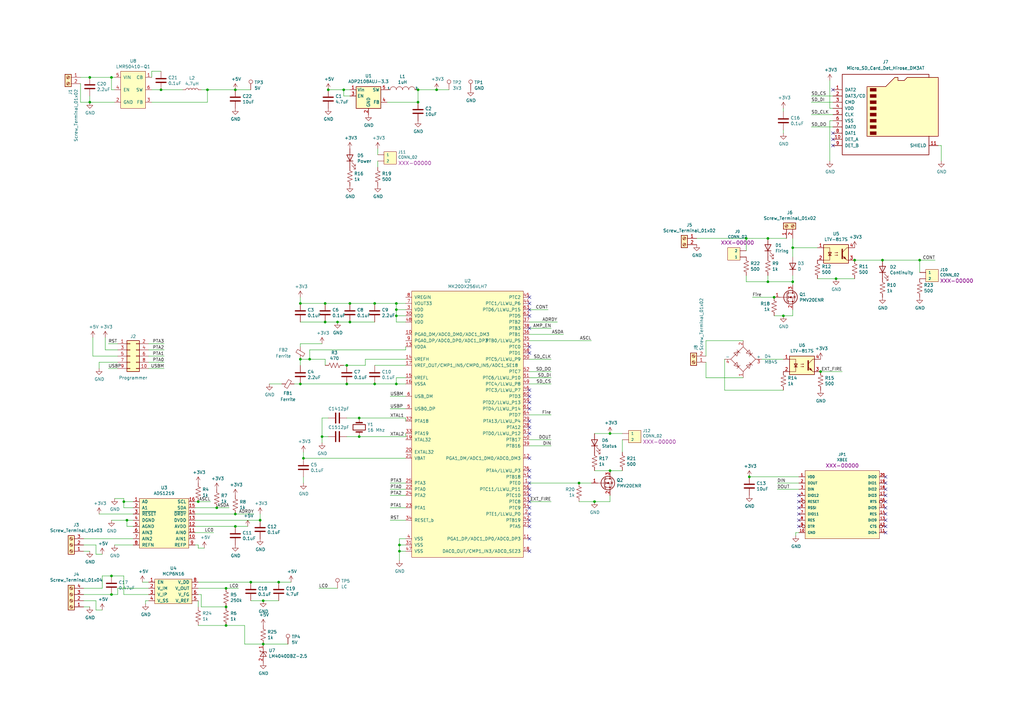
<source format=kicad_sch>
(kicad_sch (version 20231120) (generator "eeschema") (generator_version "8.0")
  (paper "A3")
  (junction (at 243.84 205.74))
  (junction (at 124.46 187.96))
  (junction (at 147.32 179.07))
  (junction (at 321.31 129.54))
  (junction (at 92.71 256.54))
  (junction (at 50.8 205.74))
  (junction (at 361.95 106.68))
  (junction (at 96.52 215.9))
  (junction (at 45.72 31.75))
  (junction (at 138.43 132.08))
  (junction (at 123.19 157.48))
  (junction (at 153.67 124.46))
  (junction (at 123.19 147.32))
  (junction (at 317.5 121.92))
  (junction (at 107.95 246.38))
  (junction (at 142.24 157.48))
  (junction (at 52.07 213.36))
  (junction (at 45.72 236.22))
  (junction (at 102.87 238.76))
  (junction (at 88.9 208.28))
  (junction (at 162.56 157.48))
  (junction (at 140.97 36.83))
  (junction (at 342.9 114.3))
  (junction (at 143.51 124.46))
  (junction (at 171.45 41.91))
  (junction (at 237.49 198.12))
  (junction (at 81.28 205.74))
  (junction (at 250.19 193.04))
  (junction (at 179.07 36.83))
  (junction (at 162.56 129.54))
  (junction (at 314.96 97.79))
  (junction (at 66.04 36.83))
  (junction (at 325.12 101.6))
  (junction (at 127 147.32))
  (junction (at 96.52 36.83))
  (junction (at 36.83 31.75))
  (junction (at 143.51 132.08))
  (junction (at 163.83 223.52))
  (junction (at 250.19 177.8))
  (junction (at 325.12 115.57))
  (junction (at 306.07 97.79))
  (junction (at 162.56 124.46))
  (junction (at 314.96 115.57))
  (junction (at 336.55 152.4))
  (junction (at 132.08 179.07))
  (junction (at 134.62 36.83))
  (junction (at 142.24 149.86))
  (junction (at 162.56 127))
  (junction (at 133.35 132.08))
  (junction (at 163.83 226.06))
  (junction (at 36.83 41.91))
  (junction (at 350.52 106.68))
  (junction (at 45.72 243.84))
  (junction (at 85.09 36.83))
  (junction (at 106.68 213.36))
  (junction (at 171.45 36.83))
  (junction (at 377.19 106.68))
  (junction (at 147.32 171.45))
  (junction (at 123.19 124.46))
  (junction (at 153.67 157.48))
  (junction (at 92.71 241.3))
  (junction (at 133.35 124.46))
  (junction (at 96.52 210.82))
  (junction (at 114.3 238.76))
  (junction (at 107.95 264.16))
  (junction (at 307.34 195.58))
  (junction (at 92.71 248.92))
  (no_connect (at 217.17 203.2))
  (no_connect (at 217.17 142.24))
  (no_connect (at 217.17 167.64))
  (no_connect (at 327.66 213.36))
  (no_connect (at 217.17 134.62))
  (no_connect (at 341.63 57.15))
  (no_connect (at 217.17 129.54))
  (no_connect (at 341.63 36.83))
  (no_connect (at 363.22 200.66))
  (no_connect (at 363.22 210.82))
  (no_connect (at 363.22 218.44))
  (no_connect (at 217.17 195.58))
  (no_connect (at 217.17 160.02))
  (no_connect (at 363.22 208.28))
  (no_connect (at 217.17 175.26))
  (no_connect (at 217.17 213.36))
  (no_connect (at 217.17 215.9))
  (no_connect (at 327.66 205.74))
  (no_connect (at 217.17 172.72))
  (no_connect (at 217.17 220.98))
  (no_connect (at 341.63 54.61))
  (no_connect (at 363.22 203.2))
  (no_connect (at 217.17 205.74))
  (no_connect (at 217.17 144.78))
  (no_connect (at 217.17 193.04))
  (no_connect (at 327.66 210.82))
  (no_connect (at 327.66 215.9))
  (no_connect (at 217.17 124.46))
  (no_connect (at 217.17 187.96))
  (no_connect (at 217.17 165.1))
  (no_connect (at 363.22 205.74))
  (no_connect (at 217.17 208.28))
  (no_connect (at 327.66 208.28))
  (no_connect (at 217.17 127))
  (no_connect (at 217.17 200.66))
  (no_connect (at 217.17 226.06))
  (no_connect (at 217.17 210.82))
  (no_connect (at 217.17 177.8))
  (no_connect (at 363.22 215.9))
  (no_connect (at 217.17 121.92))
  (no_connect (at 363.22 195.58))
  (no_connect (at 341.63 59.69))
  (no_connect (at 217.17 198.12))
  (no_connect (at 217.17 162.56))
  (no_connect (at 363.22 198.12))
  (no_connect (at 327.66 203.2))
  (no_connect (at 363.22 213.36))
  (wire (pts (xy 166.37 179.07) (xy 147.32 179.07)))
  (wire (pts (xy 255.27 180.34) (xy 255.27 185.42)))
  (wire (pts (xy 39.37 250.19) (xy 41.91 250.19)))
  (wire (pts (xy 166.37 177.8) (xy 166.37 179.07)))
  (wire (pts (xy 124.46 195.58) (xy 124.46 198.12)))
  (wire (pts (xy 50.8 205.74) (xy 54.61 205.74)))
  (wire (pts (xy 40.64 148.59) (xy 40.64 151.13)))
  (wire (pts (xy 340.36 66.04) (xy 340.36 49.53)))
  (wire (pts (xy 289.56 154.94) (xy 304.8 154.94)))
  (wire (pts (xy 81.28 223.52) (xy 80.01 223.52)))
  (wire (pts (xy 217.17 198.12) (xy 237.49 198.12)))
  (wire (pts (xy 327.66 198.12) (xy 318.77 198.12)))
  (wire (pts (xy 326.39 218.44) (xy 326.39 219.71)))
  (wire (pts (xy 80.01 210.82) (xy 96.52 210.82)))
  (wire (pts (xy 217.17 132.08) (xy 228.6 132.08)))
  (wire (pts (xy 85.09 41.91) (xy 85.09 36.83)))
  (wire (pts (xy 162.56 127) (xy 162.56 129.54)))
  (wire (pts (xy 289.56 146.05) (xy 289.56 139.7)))
  (wire (pts (xy 107.95 264.16) (xy 118.11 264.16)))
  (wire (pts (xy 123.19 147.32) (xy 123.19 149.86)))
  (wire (pts (xy 297.18 147.32) (xy 297.18 160.02)))
  (wire (pts (xy 162.56 132.08) (xy 166.37 132.08)))
  (wire (pts (xy 123.19 121.92) (xy 123.19 124.46)))
  (wire (pts (xy 243.84 205.74) (xy 250.19 205.74)))
  (wire (pts (xy 327.66 200.66) (xy 318.77 200.66)))
  (wire (pts (xy 350.52 106.68) (xy 361.95 106.68)))
  (wire (pts (xy 153.67 149.86) (xy 166.37 149.86)))
  (wire (pts (xy 314.96 115.57) (xy 325.12 115.57)))
  (wire (pts (xy 143.51 39.37) (xy 140.97 39.37)))
  (wire (pts (xy 132.08 171.45) (xy 134.62 171.45)))
  (wire (pts (xy 96.52 215.9) (xy 101.6 215.9)))
  (wire (pts (xy 250.19 193.04) (xy 255.27 193.04)))
  (wire (pts (xy 332.74 52.07) (xy 341.63 52.07)))
  (wire (pts (xy 96.52 36.83) (xy 102.87 36.83)))
  (wire (pts (xy 50.8 243.84) (xy 60.96 243.84)))
  (wire (pts (xy 242.57 198.12) (xy 237.49 198.12)))
  (wire (pts (xy 250.19 177.8) (xy 255.27 177.8)))
  (wire (pts (xy 166.37 226.06) (xy 163.83 226.06)))
  (wire (pts (xy 171.45 41.91) (xy 171.45 36.83)))
  (wire (pts (xy 33.02 31.75) (xy 36.83 31.75)))
  (wire (pts (xy 44.45 151.13) (xy 48.26 151.13)))
  (wire (pts (xy 102.87 246.38) (xy 107.95 246.38)))
  (wire (pts (xy 342.9 114.3) (xy 350.52 114.3)))
  (wire (pts (xy 34.29 220.98) (xy 54.61 220.98)))
  (wire (pts (xy 163.83 226.06) (xy 163.83 229.87)))
  (wire (pts (xy 127 143.51) (xy 166.37 143.51)))
  (wire (pts (xy 120.65 157.48) (xy 123.19 157.48)))
  (wire (pts (xy 147.32 171.45) (xy 166.37 171.45)))
  (wire (pts (xy 154.94 66.04) (xy 154.94 68.58)))
  (wire (pts (xy 39.37 250.19) (xy 39.37 246.38)))
  (wire (pts (xy 140.97 36.83) (xy 143.51 36.83)))
  (wire (pts (xy 123.19 132.08) (xy 133.35 132.08)))
  (wire (pts (xy 54.61 208.28) (xy 50.8 208.28)))
  (wire (pts (xy 217.17 180.34) (xy 226.06 180.34)))
  (wire (pts (xy 166.37 171.45) (xy 166.37 172.72)))
  (wire (pts (xy 92.71 256.54) (xy 100.33 256.54)))
  (wire (pts (xy 134.62 36.83) (xy 140.97 36.83)))
  (wire (pts (xy 162.56 129.54) (xy 166.37 129.54)))
  (wire (pts (xy 217.17 170.18) (xy 226.06 170.18)))
  (wire (pts (xy 45.72 243.84) (xy 48.26 243.84)))
  (wire (pts (xy 307.34 195.58) (xy 327.66 195.58)))
  (wire (pts (xy 340.36 33.02) (xy 340.36 44.45)))
  (wire (pts (xy 85.09 36.83) (xy 96.52 36.83)))
  (wire (pts (xy 123.19 147.32) (xy 127 147.32)))
  (wire (pts (xy 41.91 236.22) (xy 45.72 236.22)))
  (wire (pts (xy 34.29 241.3) (xy 41.91 241.3)))
  (wire (pts (xy 54.61 223.52) (xy 46.99 223.52)))
  (wire (pts (xy 166.37 208.28) (xy 160.02 208.28)))
  (wire (pts (xy 361.95 106.68) (xy 377.19 106.68)))
  (wire (pts (xy 43.18 143.51) (xy 48.26 143.51)))
  (wire (pts (xy 60.96 146.05) (xy 67.31 146.05)))
  (wire (pts (xy 217.17 137.16) (xy 231.14 137.16)))
  (wire (pts (xy 81.28 224.79) (xy 81.28 223.52)))
  (wire (pts (xy 332.74 46.99) (xy 341.63 46.99)))
  (wire (pts (xy 80.01 208.28) (xy 88.9 208.28)))
  (wire (pts (xy 50.8 236.22) (xy 50.8 243.84)))
  (wire (pts (xy 162.56 124.46) (xy 162.56 127)))
  (wire (pts (xy 158.75 41.91) (xy 171.45 41.91)))
  (wire (pts (xy 138.43 241.3) (xy 130.81 241.3)))
  (wire (pts (xy 66.04 36.83) (xy 74.93 36.83)))
  (wire (pts (xy 83.82 224.79) (xy 81.28 224.79)))
  (wire (pts (xy 133.35 132.08) (xy 138.43 132.08)))
  (wire (pts (xy 166.37 162.56) (xy 160.02 162.56)))
  (wire (pts (xy 162.56 129.54) (xy 162.56 132.08)))
  (wire (pts (xy 81.28 256.54) (xy 92.71 256.54)))
  (wire (pts (xy 217.17 127) (xy 224.79 127)))
  (wire (pts (xy 325.12 113.03) (xy 325.12 115.57)))
  (wire (pts (xy 322.58 97.79) (xy 314.96 97.79)))
  (wire (pts (xy 340.36 44.45) (xy 341.63 44.45)))
  (wire (pts (xy 166.37 223.52) (xy 163.83 223.52)))
  (wire (pts (xy 34.29 243.84) (xy 45.72 243.84)))
  (wire (pts (xy 34.29 248.92) (xy 36.83 248.92)))
  (wire (pts (xy 179.07 36.83) (xy 184.15 36.83)))
  (wire (pts (xy 124.46 185.42) (xy 124.46 187.96)))
  (wire (pts (xy 332.74 41.91) (xy 341.63 41.91)))
  (wire (pts (xy 321.31 53.34) (xy 321.31 54.61)))
  (wire (pts (xy 163.83 223.52) (xy 163.83 226.06)))
  (wire (pts (xy 384.81 59.69) (xy 386.08 59.69)))
  (wire (pts (xy 217.17 154.94) (xy 226.06 154.94)))
  (wire (pts (xy 45.72 31.75) (xy 46.99 31.75)))
  (wire (pts (xy 106.68 210.82) (xy 106.68 213.36)))
  (wire (pts (xy 143.51 124.46) (xy 153.67 124.46)))
  (wire (pts (xy 332.74 39.37) (xy 341.63 39.37)))
  (wire (pts (xy 377.19 106.68) (xy 383.54 106.68)))
  (wire (pts (xy 114.3 238.76) (xy 119.38 238.76)))
  (wire (pts (xy 44.45 140.97) (xy 48.26 140.97)))
  (wire (pts (xy 41.91 241.3) (xy 41.91 236.22)))
  (wire (pts (xy 39.37 227.33) (xy 39.37 223.52)))
  (wire (pts (xy 38.1 138.43) (xy 38.1 146.05)))
  (wire (pts (xy 149.86 149.86) (xy 149.86 147.32)))
  (wire (pts (xy 142.24 171.45) (xy 147.32 171.45)))
  (wire (pts (xy 317.5 129.54) (xy 321.31 129.54)))
  (wire (pts (xy 123.19 124.46) (xy 133.35 124.46)))
  (wire (pts (xy 162.56 157.48) (xy 166.37 157.48)))
  (wire (pts (xy 166.37 143.51) (xy 166.37 142.24)))
  (wire (pts (xy 82.55 36.83) (xy 85.09 36.83)))
  (wire (pts (xy 306.07 113.03) (xy 306.07 115.57)))
  (wire (pts (xy 34.29 223.52) (xy 39.37 223.52)))
  (wire (pts (xy 166.37 203.2) (xy 160.02 203.2)))
  (wire (pts (xy 88.9 208.28) (xy 93.98 208.28)))
  (wire (pts (xy 237.49 205.74) (xy 243.84 205.74)))
  (wire (pts (xy 140.97 39.37) (xy 140.97 36.83)))
  (wire (pts (xy 154.94 60.96) (xy 154.94 63.5)))
  (wire (pts (xy 114.3 246.38) (xy 107.95 246.38)))
  (wire (pts (xy 80.01 218.44) (xy 87.63 218.44)))
  (wire (pts (xy 162.56 127) (xy 166.37 127)))
  (wire (pts (xy 54.61 215.9) (xy 52.07 215.9)))
  (wire (pts (xy 166.37 198.12) (xy 160.02 198.12)))
  (wire (pts (xy 377.19 106.68) (xy 377.19 111.76)))
  (wire (pts (xy 52.07 215.9) (xy 52.07 213.36)))
  (wire (pts (xy 60.96 140.97) (xy 67.31 140.97)))
  (wire (pts (xy 325.12 129.54) (xy 321.31 129.54)))
  (wire (pts (xy 39.37 246.38) (xy 34.29 246.38)))
  (wire (pts (xy 336.55 152.4) (xy 345.44 152.4)))
  (wire (pts (xy 62.23 29.21) (xy 66.04 29.21)))
  (wire (pts (xy 325.12 97.79) (xy 325.12 101.6)))
  (wire (pts (xy 138.43 132.08) (xy 143.51 132.08)))
  (wire (pts (xy 340.36 49.53) (xy 341.63 49.53)))
  (wire (pts (xy 386.08 59.69) (xy 386.08 66.04)))
  (wire (pts (xy 58.42 238.76) (xy 60.96 238.76)))
  (wire (pts (xy 41.91 227.33) (xy 39.37 227.33)))
  (wire (pts (xy 36.83 31.75) (xy 45.72 31.75)))
  (wire (pts (xy 81.28 241.3) (xy 92.71 241.3)))
  (wire (pts (xy 40.64 210.82) (xy 54.61 210.82)))
  (wire (pts (xy 162.56 154.94) (xy 162.56 157.48)))
  (wire (pts (xy 217.17 134.62) (xy 226.06 134.62)))
  (wire (pts (xy 127 147.32) (xy 133.35 147.32)))
  (wire (pts (xy 102.87 238.76) (xy 114.3 238.76)))
  (wire (pts (xy 133.35 147.32) (xy 133.35 149.86)))
  (wire (pts (xy 166.37 220.98) (xy 163.83 220.98)))
  (wire (pts (xy 314.96 113.03) (xy 314.96 115.57)))
  (wire (pts (xy 166.37 124.46) (xy 162.56 124.46)))
  (wire (pts (xy 50.8 204.47) (xy 46.99 204.47)))
  (wire (pts (xy 133.35 124.46) (xy 143.51 124.46)))
  (wire (pts (xy 96.52 210.82) (xy 104.14 210.82)))
  (wire (pts (xy 166.37 167.64) (xy 160.02 167.64)))
  (wire (pts (xy 306.07 97.79) (xy 314.96 97.79)))
  (wire (pts (xy 325.12 101.6) (xy 325.12 105.41)))
  (wire (pts (xy 166.37 213.36) (xy 160.02 213.36)))
  (wire (pts (xy 59.69 246.38) (xy 59.69 247.65)))
  (wire (pts (xy 123.19 140.97) (xy 123.19 142.24)))
  (wire (pts (xy 217.17 182.88) (xy 226.06 182.88)))
  (wire (pts (xy 297.18 160.02) (xy 321.31 160.02)))
  (wire (pts (xy 124.46 187.96) (xy 166.37 187.96)))
  (wire (pts (xy 110.49 157.48) (xy 115.57 157.48)))
  (wire (pts (xy 317.5 121.92) (xy 308.61 121.92)))
  (wire (pts (xy 285.75 97.79) (xy 306.07 97.79)))
  (wire (pts (xy 142.24 157.48) (xy 153.67 157.48)))
  (wire (pts (xy 153.67 157.48) (xy 162.56 157.48)))
  (wire (pts (xy 60.96 246.38) (xy 59.69 246.38)))
  (wire (pts (xy 289.56 148.59) (xy 289.56 154.94)))
  (wire (pts (xy 306.07 115.57) (xy 314.96 115.57)))
  (wire (pts (xy 45.72 213.36) (xy 52.07 213.36)))
  (wire (pts (xy 171.45 36.83) (xy 179.07 36.83)))
  (wire (pts (xy 217.17 139.7) (xy 242.57 139.7)))
  (wire (pts (xy 48.26 241.3) (xy 60.96 241.3)))
  (wire (pts (xy 325.12 127) (xy 325.12 129.54)))
  (wire (pts (xy 140.97 149.86) (xy 142.24 149.86)))
  (wire (pts (xy 81.28 238.76) (xy 102.87 238.76)))
  (wire (pts (xy 142.24 149.86) (xy 149.86 149.86)))
  (wire (pts (xy 289.56 139.7) (xy 304.8 139.7)))
  (wire (pts (xy 143.51 132.08) (xy 153.67 132.08)))
  (wire (pts (xy 250.19 205.74) (xy 250.19 203.2)))
  (wire (pts (xy 335.28 101.6) (xy 325.12 101.6)))
  (wire (pts (xy 45.72 31.75) (xy 45.72 36.83)))
  (wire (pts (xy 34.29 226.06) (xy 36.83 226.06)))
  (wire (pts (xy 33.02 34.29) (xy 33.02 41.91)))
  (wire (pts (xy 81.28 246.38) (xy 81.28 248.92)))
  (wire (pts (xy 243.84 193.04) (xy 250.19 193.04)))
  (wire (pts (xy 92.71 241.3) (xy 97.79 241.3)))
  (wire (pts (xy 132.08 179.07) (xy 134.62 179.07)))
  (wire (pts (xy 100.33 264.16) (xy 107.95 264.16)))
  (wire (pts (xy 80.01 213.36) (xy 106.68 213.36)))
  (wire (pts (xy 217.17 152.4) (xy 226.06 152.4)))
  (wire (pts (xy 36.83 39.37) (xy 36.83 41.91)))
  (wire (pts (xy 80.01 205.74) (xy 81.28 205.74)))
  (wire (pts (xy 142.24 179.07) (xy 147.32 179.07)))
  (wire (pts (xy 62.23 41.91) (xy 85.09 41.91)))
  (wire (pts (xy 153.67 124.46) (xy 162.56 124.46)))
  (wire (pts (xy 40.64 148.59) (xy 48.26 148.59)))
  (wire (pts (xy 123.19 157.48) (xy 142.24 157.48)))
  (wire (pts (xy 217.17 147.32) (xy 226.06 147.32)))
  (wire (pts (xy 325.12 115.57) (xy 325.12 116.84)))
  (wire (pts (xy 132.08 181.61) (xy 132.08 179.07)))
  (wire (pts (xy 342.9 114.3) (xy 335.28 114.3)))
  (wire (pts (xy 243.84 177.8) (xy 250.19 177.8)))
  (wire (pts (xy 60.96 143.51) (xy 67.31 143.51)))
  (wire (pts (xy 163.83 220.98) (xy 163.83 223.52)))
  (wire (pts (xy 100.33 256.54) (xy 100.33 264.16)))
  (wire (pts (xy 321.31 45.72) (xy 321.31 44.45)))
  (wire (pts (xy 166.37 154.94) (xy 162.56 154.94)))
  (wire (pts (xy 82.55 248.92) (xy 82.55 243.84)))
  (wire (pts (xy 60.96 148.59) (xy 67.31 148.59)))
  (wire (pts (xy 45.72 236.22) (xy 50.8 236.22)))
  (wire (pts (xy 60.96 151.13) (xy 67.31 151.13)))
  (wire (pts (xy 62.23 36.83) (xy 66.04 36.83)))
  (wire (pts (xy 82.55 243.84) (xy 81.28 243.84)))
  (wire (pts (xy 33.02 41.91) (xy 36.83 41.91)))
  (wire (pts (xy 149.86 147.32) (xy 166.37 147.32)))
  (wire (pts (xy 62.23 31.75) (xy 62.23 29.21)))
  (wire (pts (xy 132.08 179.07) (xy 132.08 171.45)))
  (wire (pts (xy 217.17 157.48) (xy 226.06 157.48)))
  (wire (pts (xy 36.83 41.91) (xy 46.99 41.91)))
  (wire (pts (xy 312.42 147.32) (xy 321.31 147.32)))
  (wire (pts (xy 50.8 205.74) (xy 50.8 204.47)))
  (wire (pts (xy 43.18 143.51) (xy 43.18 138.43)))
  (wire (pts (xy 166.37 200.66) (xy 160.02 200.66)))
  (wire (pts (xy 327.66 218.44) (xy 326.39 218.44)))
  (wire (pts (xy 48.26 243.84) (xy 48.26 241.3)))
  (wire (pts (xy 80.01 215.9) (xy 96.52 215.9)))
  (wire (pts (xy 50.8 208.28) (xy 50.8 205.74)))
  (wire (pts (xy 38.1 146.05) (xy 48.26 146.05)))
  (wire (pts (xy 81.28 205.74) (xy 86.36 205.74)))
  (wire (pts (xy 306.07 97.79) (xy 306.07 102.87)))
  (wire (pts (xy 217.17 205.74) (xy 226.06 205.74)))
  (wire (pts (xy 45.72 36.83) (xy 46.99 36.83)))
  (wire (pts (xy 127 147.32) (xy 127 143.51)))
  (wire (pts (xy 132.08 140.97) (xy 123.19 140.97)))
  (wire (pts (xy 52.07 213.36) (xy 54.61 213.36)))
  (wire (pts (xy 82.55 248.92) (xy 92.71 248.92)))
  (label "XTAL2" (at 160.02 179.07 0))
  (label "USBP" (at 44.45 151.13 0))
  (label "Fire" (at 226.06 170.18 180))
  (label "PTA2" (at 67.31 143.51 180))
  (label "PTA0" (at 160.02 200.66 0))
  (label "CONT" (at 383.54 106.68 180))
  (label "SD_DO" (at 332.74 52.07 0))
  (label "SD_CLK" (at 226.06 147.32 180))
  (label "ASCL" (at 242.57 139.7 180))
  (label "EXT_FIRE" (at 345.44 152.4 180))
  (label "DIN" (at 318.77 198.12 0))
  (label "CONT" (at 224.79 127 180))
  (label "Fire" (at 308.61 121.92 0))
  (label "SD_CLK" (at 332.74 46.99 0))
  (label "LC0" (at 97.79 241.3 180))
  (label "PTA3" (at 160.02 198.12 0))
  (label "ASDA" (at 231.14 137.16 180))
  (label "DIN" (at 226.06 182.88 180))
  (label "DOUT" (at 226.06 180.34 180))
  (label "XTAL1" (at 160.02 171.45 0))
  (label "PTA0" (at 67.31 148.59 180))
  (label "SD_DO" (at 226.06 152.4 180))
  (label "SD_DI" (at 226.06 154.94 180))
  (label "PTA3" (at 67.31 140.97 180))
  (label "USBM" (at 67.31 151.13 180))
  (label "SD_DI" (at 332.74 41.91 0))
  (label "RST" (at 44.45 140.97 0))
  (label "SD_CS" (at 226.06 157.48 180))
  (label "ADRDY" (at 228.6 132.08 180))
  (label "PTA1" (at 160.02 208.28 0))
  (label "AMP_EN" (at 226.06 134.62 180))
  (label "RST" (at 160.02 213.36 0))
  (label "ADRDY" (at 104.14 210.82 180))
  (label "LC0" (at 130.81 241.3 0))
  (label "PTA2" (at 160.02 203.2 0))
  (label "LC0" (at 87.63 218.44 180))
  (label "USBM" (at 160.02 162.56 0))
  (label "ASDA" (at 93.98 208.28 180))
  (label "SD_CS" (at 332.74 39.37 0))
  (label "USBP" (at 160.02 167.64 0))
  (label "PTA1" (at 67.31 146.05 180))
  (label "DOUT" (at 318.77 200.66 0))
  (label "EXT_FIRE" (at 226.06 205.74 180))
  (label "ASCL" (at 86.36 205.74 180))
  (symbol (lib_id "RMTS-rescue:MK20DX256VLH7-Mine-RMTS-rescue-RMTS-rescue") (at 191.77 121.92 0) (unit 1)
    (property "Reference" "U2" (at 191.77 115.189 0))
    (property "Value" "MK20DX256VLH7" (at 191.77 117.5004 0))
    (property "Footprint" "Package_QFP:LQFP-64_10x10mm_P0.5mm" (effects (hide yes)))
    (property "LCSC" "C511780" (effects (hide yes)))
  )
  (symbol (lib_id "power:GND") (at 163.83 229.87 0) (unit 1)
    (property "Reference" "#PWR0101" (effects (hide yes)))
    (property "Value" "GND" (at 163.957 234.2642 0))
  )
  (symbol (lib_id "Connector_Generic:Conn_02x05_Odd_Even") (at 53.34 146.05 0) (unit 1) (in_bom no)
    (property "Reference" "J2" (at 54.61 137.9982 0))
    (property "Value" "Programmer" (at 54.61 154.94 0))
    (property "Footprint" "Connector_PinHeader_2.00mm:PinHeader_2x05_P2.00mm_Vertical" (effects (hide yes)))
  )
  (symbol (lib_id "power:GND") (at 40.64 151.13 0) (unit 1)
    (property "Reference" "#PWR0103" (effects (hide yes)))
    (property "Value" "GND" (at 40.767 155.5242 0))
  )
  (symbol (lib_id "RMTS-rescue:+3.3V-power") (at 43.18 138.43 0) (unit 1)
    (property "Reference" "#PWR0104" (effects (hide yes)))
    (property "Value" "+3V3" (at 43.561 134.0358 0))
  )
  (symbol (lib_id "Regulator_Switching:ADP2108AUJ-3.3") (at 151.13 39.37 0) (unit 1)
    (property "Reference" "U1" (at 151.13 31.115 0))
    (property "Value" "ADP2108AUJ-3.3" (at 151.13 33.4264 0))
    (property "Footprint" "Package_TO_SOT_SMD:TSOT-23-5" (effects (hide yes)))
    (property "Datasheet" "https://www.analog.com/media/en/technical-documentation/data-sheets/ADP2108.pdf" (effects (hide yes)))
    (property "LCSC" " C143875" (effects (hide yes)))
  )
  (symbol (lib_id "power:GND") (at 151.13 46.99 0) (unit 1)
    (property "Reference" "#PWR0105" (effects (hide yes)))
    (property "Value" "GND" (at 151.257 51.3842 0))
  )
  (symbol (lib_id "Device:C") (at 134.62 40.64 0) (unit 1)
    (property "Reference" "C1" (at 137.541 39.4716 0) (effects (justify left)))
    (property "Value" "4.7uF" (at 137.541 41.783 0) (effects (justify left)))
    (property "Footprint" "Capacitor_SMD:C_0805_2012Metric_Pad1.15x1.40mm_HandSolder" (effects (hide yes)))
    (property "LCSC" "C1779" (effects (hide yes)))
  )
  (symbol (lib_id "power:GND") (at 134.62 44.45 0) (unit 1)
    (property "Reference" "#PWR0106" (effects (hide yes)))
    (property "Value" "GND" (at 134.747 48.8442 0))
  )
  (symbol (lib_id "pspice:INDUCTOR") (at 165.1 36.83 0) (unit 1)
    (property "Reference" "L1" (at 165.1 31.369 0))
    (property "Value" "1uH" (at 165.1 33.6804 0))
    (property "Footprint" "Inductor_SMD:L_0805_2012Metric_Pad1.15x1.40mm_HandSolder" (effects (hide yes)))
    (property "LCSC" "C1042" (effects (hide yes)))
  )
  (symbol (lib_id "RMTS-rescue:+3.3V-power") (at 179.07 36.83 0) (unit 1)
    (property "Reference" "#PWR0107" (effects (hide yes)))
    (property "Value" "+3V3" (at 179.451 32.4358 0))
  )
  (symbol (lib_id "Device:C") (at 171.45 45.72 0) (unit 1)
    (property "Reference" "C2" (at 174.371 44.5516 0) (effects (justify left)))
    (property "Value" "10uF" (at 174.371 46.863 0) (effects (justify left)))
    (property "Footprint" "Capacitor_SMD:CP_Elec_5x3.9" (effects (hide yes)))
    (property "LCSC" "C340737" (effects (hide yes)))
  )
  (symbol (lib_id "power:GND") (at 171.45 49.53 0) (unit 1)
    (property "Reference" "#PWR0108" (effects (hide yes)))
    (property "Value" "GND" (at 171.577 53.9242 0))
  )
  (symbol (lib_id "RMTS-rescue:XBEE-SparkFun-RF-RMTS-rescue-RMTS-rescue") (at 345.44 205.74 0) (unit 1)
    (property "Reference" "JP1" (at 345.44 186.436 0) (effects (font (size 1.143 1.143))))
    (property "Value" "XBEE" (at 345.44 188.5696 0) (effects (font (size 1.143 1.143))))
    (property "Footprint" "SF_RF:XBEE" (effects (hide yes)))
    (property "Field4" "XXX-00000" (at 345.44 190.9826 0) (effects (font (size 1.524 1.524))))
  )
  (symbol (lib_id "RMTS-rescue:+3.3V-power") (at 123.19 121.92 0) (unit 1)
    (property "Reference" "#PWR0109" (effects (hide yes)))
    (property "Value" "+3V3" (at 123.571 117.5258 0))
  )
  (symbol (lib_id "Device:C") (at 307.34 199.39 0) (unit 1)
    (property "Reference" "C13" (at 310.261 198.2216 0) (effects (justify left)))
    (property "Value" "10uF" (at 310.261 200.533 0) (effects (justify left)))
    (property "Footprint" "Capacitor_SMD:C_0805_2012Metric_Pad1.15x1.40mm_HandSolder" (effects (hide yes)))
    (property "LCSC" " C15850" (effects (hide yes)))
  )
  (symbol (lib_id "power:GND") (at 326.39 219.71 0) (unit 1)
    (property "Reference" "#PWR0128" (effects (hide yes)))
    (property "Value" "GND" (at 326.517 224.1042 0))
  )
  (symbol (lib_id "Device:C") (at 153.67 128.27 0) (unit 1)
    (property "Reference" "C9" (at 156.591 127.1016 0) (effects (justify left)))
    (property "Value" "2.2uF" (at 156.591 129.413 0) (effects (justify left)))
    (property "Footprint" "Capacitor_SMD:C_0805_2012Metric_Pad1.15x1.40mm_HandSolder" (effects (hide yes)))
    (property "LCSC" " C125847" (effects (hide yes)))
  )
  (symbol (lib_id "Device:C") (at 143.51 128.27 0) (unit 1)
    (property "Reference" "C8" (at 146.431 127.1016 0) (effects (justify left)))
    (property "Value" "0.1uF" (at 146.431 129.413 0) (effects (justify left)))
    (property "Footprint" "Capacitor_SMD:C_0805_2012Metric_Pad1.15x1.40mm_HandSolder" (effects (hide yes)))
    (property "LCSC" " C49678" (effects (hide yes)))
  )
  (symbol (lib_id "Device:C") (at 133.35 128.27 0) (unit 1)
    (property "Reference" "C6" (at 136.271 127.1016 0) (effects (justify left)))
    (property "Value" "0.1uF" (at 136.271 129.413 0) (effects (justify left)))
    (property "Footprint" "Capacitor_SMD:C_0805_2012Metric_Pad1.15x1.40mm_HandSolder" (effects (hide yes)))
    (property "LCSC" " C49678" (effects (hide yes)))
  )
  (symbol (lib_id "Device:C") (at 123.19 128.27 0) (unit 1)
    (property "Reference" "C3" (at 126.111 127.1016 0) (effects (justify left)))
    (property "Value" "0.1uF" (at 126.111 129.413 0) (effects (justify left)))
    (property "Footprint" "Capacitor_SMD:C_0805_2012Metric_Pad1.15x1.40mm_HandSolder" (effects (hide yes)))
    (property "LCSC" " C49678" (effects (hide yes)))
  )
  (symbol (lib_id "power:GND") (at 138.43 132.08 0) (unit 1)
    (property "Reference" "#PWR0110" (effects (hide yes)))
    (property "Value" "GND" (at 138.557 136.4742 0))
  )
  (symbol (lib_id "Device:Crystal") (at 147.32 175.26 90) (mirror x) (unit 1)
    (property "Reference" "Y1" (at 150.6474 174.0916 90) (effects (justify right)))
    (property "Value" "16 Mhz" (at 150.6474 176.403 90) (effects (justify right)))
    (property "Footprint" "Custom:HC-49S-SMD-2P-Mini" (effects (hide yes)))
    (property "LCSC" "C2975359" (effects (hide yes)))
  )
  (symbol (lib_id "power:GND") (at 307.34 203.2 0) (unit 1)
    (property "Reference" "#PWR0129" (effects (hide yes)))
    (property "Value" "GND" (at 307.467 207.5942 0))
  )
  (symbol (lib_id "RMTS-rescue:+3.3V-power") (at 307.34 195.58 0) (unit 1)
    (property "Reference" "#PWR0130" (effects (hide yes)))
    (property "Value" "+3V3" (at 307.721 191.1858 0))
  )
  (symbol (lib_id "Connector:TestPoint") (at 184.15 36.83 0) (unit 1)
    (property "Reference" "TP2" (at 185.6232 33.8328 0) (effects (justify left)))
    (property "Value" "3V3" (at 185.6232 36.1442 0) (effects (justify left)))
    (property "Footprint" "TestPoint:TestPoint_THTPad_2.0x2.0mm_Drill1.0mm" (effects (hide yes)))
  )
  (symbol (lib_id "RMTS-rescue:ADS1219-Mine-RMTS-rescue-RMTS-rescue") (at 67.31 205.74 0) (unit 1)
    (property "Reference" "U3" (at 67.31 200.025 0))
    (property "Value" "ADS1219" (at 67.31 202.3364 0))
    (property "Footprint" "Package_SO:TSSOP-16_4.4x5mm_P0.65mm" (effects (hide yes)))
    (property "LCSC" "C2869313" (effects (hide yes)))
  )
  (symbol (lib_id "Device:C") (at 96.52 219.71 0) (unit 1)
    (property "Reference" "C11" (at 99.441 218.5416 0) (effects (justify left)))
    (property "Value" "0.1uF" (at 99.441 220.853 0) (effects (justify left)))
    (property "Footprint" "Capacitor_SMD:C_0805_2012Metric_Pad1.15x1.40mm_HandSolder" (effects (hide yes)))
    (property "LCSC" "C49678" (effects (hide yes)))
  )
  (symbol (lib_id "Device:C") (at 106.68 217.17 0) (unit 1)
    (property "Reference" "C12" (at 109.601 216.0016 0) (effects (justify left)))
    (property "Value" "0.1uF" (at 109.601 218.313 0) (effects (justify left)))
    (property "Footprint" "Capacitor_SMD:C_0805_2012Metric_Pad1.15x1.40mm_HandSolder" (effects (hide yes)))
    (property "LCSC" " C49678" (effects (hide yes)))
  )
  (symbol (lib_id "power:GND") (at 96.52 223.52 0) (unit 1)
    (property "Reference" "#PWR0115" (effects (hide yes)))
    (property "Value" "GND" (at 96.647 227.9142 0))
  )
  (symbol (lib_id "power:GND") (at 106.68 220.98 0) (unit 1)
    (property "Reference" "#PWR0116" (effects (hide yes)))
    (property "Value" "GND" (at 106.807 225.3742 0))
  )
  (symbol (lib_id "RMTS-rescue:+3.3V-power") (at 106.68 210.82 0) (unit 1)
    (property "Reference" "#PWR0117" (effects (hide yes)))
    (property "Value" "+3V3" (at 107.061 206.4258 0))
  )
  (symbol (lib_id "Device:R_US") (at 96.52 207.01 0) (unit 1)
    (property "Reference" "R8" (at 98.2472 205.8416 0) (effects (justify left)))
    (property "Value" "1k" (at 98.2472 208.153 0) (effects (justify left)))
    (property "Footprint" "Resistor_SMD:R_0805_2012Metric_Pad1.15x1.40mm_HandSolder" (effects (hide yes)))
    (property "LCSC" "C17513" (effects (hide yes)))
  )
  (symbol (lib_id "Device:R_US") (at 88.9 204.47 0) (unit 1)
    (property "Reference" "R7" (at 90.6272 203.3016 0) (effects (justify left)))
    (property "Value" "1k" (at 90.6272 205.613 0) (effects (justify left)))
    (property "Footprint" "Resistor_SMD:R_0805_2012Metric_Pad1.15x1.40mm_HandSolder" (effects (hide yes)))
    (property "LCSC" "C17513" (effects (hide yes)))
  )
  (symbol (lib_id "Device:R_US") (at 81.28 201.93 0) (unit 1)
    (property "Reference" "R4" (at 83.0072 200.7616 0) (effects (justify left)))
    (property "Value" "1k" (at 83.0072 203.073 0) (effects (justify left)))
    (property "Footprint" "Resistor_SMD:R_0805_2012Metric_Pad1.15x1.40mm_HandSolder" (effects (hide yes)))
    (property "LCSC" "C17513" (effects (hide yes)))
  )
  (symbol (lib_id "RMTS-rescue:+3.3V-power") (at 96.52 203.2 0) (unit 1)
    (property "Reference" "#PWR0118" (effects (hide yes)))
    (property "Value" "+3V3" (at 96.901 198.8058 0))
  )
  (symbol (lib_id "RMTS-rescue:+3.3V-power") (at 88.9 200.66 0) (unit 1)
    (property "Reference" "#PWR0119" (effects (hide yes)))
    (property "Value" "+3V3" (at 89.281 196.2658 0))
  )
  (symbol (lib_id "RMTS-rescue:+3.3V-power") (at 81.28 198.12 0) (unit 1)
    (property "Reference" "#PWR0120" (effects (hide yes)))
    (property "Value" "+3V3" (at 81.661 193.7258 0))
  )
  (symbol (lib_id "power:GND") (at 45.72 213.36 0) (unit 1)
    (property "Reference" "#PWR0121" (effects (hide yes)))
    (property "Value" "GND" (at 45.847 217.7542 0))
  )
  (symbol (lib_id "Connector:Screw_Terminal_01x04") (at 29.21 246.38 180) (unit 1)
    (property "Reference" "J4" (at 31.2928 235.585 0))
    (property "Value" "Screw_Terminal_01x04" (at 31.2928 237.8964 0))
    (property "Footprint" "Connectors:SCREWTERMINAL-3.5MM-4" (effects (hide yes)))
  )
  (symbol (lib_id "Connector:Screw_Terminal_01x03") (at 29.21 223.52 180) (unit 1)
    (property "Reference" "J3" (at 31.2928 215.265 0))
    (property "Value" "Screw_Terminal_01x03" (at 31.2928 217.5764 0))
    (property "Footprint" "Connectors:SCREWTERMINAL-3.5MM-3" (effects (hide yes)))
  )
  (symbol (lib_id "power:GND") (at 46.99 204.47 0) (unit 1)
    (property "Reference" "#PWR0133" (effects (hide yes)))
    (property "Value" "GND" (at 47.117 208.8642 0))
  )
  (symbol (lib_id "power:GND") (at 36.83 226.06 0) (unit 1)
    (property "Reference" "#PWR0122" (effects (hide yes)))
    (property "Value" "GND" (at 36.957 230.4542 0))
  )
  (symbol (lib_id "power:GND") (at 36.83 248.92 0) (unit 1)
    (property "Reference" "#PWR0123" (effects (hide yes)))
    (property "Value" "GND" (at 36.957 253.3142 0))
  )
  (symbol (lib_id "Device:C") (at 138.43 171.45 270) (unit 1)
    (property "Reference" "C14" (at 134.62 167.64 90) (effects (justify left)))
    (property "Value" "12pF" (at 138.43 167.64 90) (effects (justify left)))
    (property "Footprint" "Capacitor_SMD:C_0805_2012Metric_Pad1.15x1.40mm_HandSolder" (effects (hide yes)))
    (property "LCSC" "C1792" (effects (hide yes)))
  )
  (symbol (lib_id "Device:C") (at 138.43 179.07 270) (unit 1)
    (property "Reference" "C15" (at 134.62 175.26 90) (effects (justify left)))
    (property "Value" "12pF" (at 138.43 175.26 90) (effects (justify left)))
    (property "Footprint" "Capacitor_SMD:C_0805_2012Metric_Pad1.15x1.40mm_HandSolder" (effects (hide yes)))
    (property "LCSC" "C1792" (effects (hide yes)))
  )
  (symbol (lib_id "Device:C") (at 153.67 153.67 0) (unit 1)
    (property "Reference" "C10" (at 156.591 152.5016 0) (effects (justify left)))
    (property "Value" "0.1uF" (at 156.591 154.813 0) (effects (justify left)))
    (property "Footprint" "Capacitor_SMD:C_0805_2012Metric_Pad1.15x1.40mm_HandSolder" (effects (hide yes)))
    (property "LCSC" " C49678" (effects (hide yes)))
  )
  (symbol (lib_id "power:GND") (at 132.08 181.61 0) (unit 1)
    (property "Reference" "#PWR0131" (effects (hide yes)))
    (property "Value" "GND" (at 132.207 186.0042 0))
  )
  (symbol (lib_id "RMTS-rescue:+3.3V-power") (at 132.08 140.97 0) (unit 1)
    (property "Reference" "#PWR0111" (effects (hide yes)))
    (property "Value" "+3V3" (at 132.461 136.5758 0))
  )
  (symbol (lib_id "RMTS-rescue:Ferrite_Bead_Small-Device") (at 118.11 157.48 90) (unit 1)
    (property "Reference" "FB1" (at 118.11 161.29 90))
    (property "Value" "Ferrite" (at 118.11 163.83 90))
    (property "Footprint" "Capacitor_SMD:C_0805_2012Metric_Pad1.15x1.40mm_HandSolder" (effects (hide yes)))
    (property "LCSC" "C97001" (effects (hide yes)))
  )
  (symbol (lib_id "Transistor_FET:DMG3402L") (at 322.58 121.92 0) (unit 1)
    (property "Reference" "Q1" (at 327.8124 120.7516 0) (effects (justify left)))
    (property "Value" "PMV20ENR" (at 327.8124 123.063 0) (effects (justify left)))
    (property "Footprint" "Package_TO_SOT_SMD:SOT-23" (effects (hide yes)))
    (property "Datasheet" "http://www.diodes.com/assets/Datasheets/DMG3402L.pdf" (effects (hide yes)))
    (property "LCSC" "C456088" (effects (hide yes)))
  )
  (symbol (lib_id "power:GND") (at 321.31 129.54 0) (unit 1)
    (property "Reference" "#PWR0134" (effects (hide yes)))
    (property "Value" "GND" (at 321.437 133.9342 0))
  )
  (symbol (lib_id "Connector:Screw_Terminal_01x02") (at 322.58 92.71 90) (unit 1)
    (property "Reference" "J6" (at 323.9516 87.1982 90))
    (property "Value" "Screw_Terminal_01x02" (at 323.9516 89.5096 90))
    (property "Footprint" "Connectors:SCREWTERMINAL-3.5MM-2" (effects (hide yes)))
  )
  (symbol (lib_id "power:GND") (at 110.49 157.48 0) (unit 1)
    (property "Reference" "#PWR0112" (effects (hide yes)))
    (property "Value" "GND" (at 110.617 161.8742 0))
  )
  (symbol (lib_id "Device:C") (at 123.19 153.67 0) (unit 1)
    (property "Reference" "C4" (at 126.111 152.5016 0) (effects (justify left)))
    (property "Value" "2.2uF" (at 126.111 154.813 0) (effects (justify left)))
    (property "Footprint" "Capacitor_SMD:C_0805_2012Metric_Pad1.15x1.40mm_HandSolder" (effects (hide yes)))
    (property "LCSC" "C125847" (effects (hide yes)))
  )
  (symbol (lib_id "RMTS-rescue:Ferrite_Bead_Small-Device") (at 123.19 144.78 0) (unit 1)
    (property "Reference" "FB2" (at 114.3 143.51 0) (effects (justify left)))
    (property "Value" "Ferrite" (at 113.03 146.05 0) (effects (justify left)))
    (property "Footprint" "Capacitor_SMD:C_0805_2012Metric_Pad1.15x1.40mm_HandSolder" (effects (hide yes)))
    (property "LCSC" "C97001" (effects (hide yes)))
  )
  (symbol (lib_id "Device:R_US") (at 137.16 149.86 270) (unit 1)
    (property "Reference" "R3" (at 137.16 144.653 90))
    (property "Value" "470" (at 137.16 146.9644 90))
    (property "Footprint" "Resistor_SMD:R_0805_2012Metric_Pad1.15x1.40mm_HandSolder" (effects (hide yes)))
    (property "LCSC" "C17710" (effects (hide yes)))
  )
  (symbol (lib_id "Device:LED") (at 361.95 110.49 90) (unit 1)
    (property "Reference" "D2" (at 364.9218 109.4994 90) (effects (justify right)))
    (property "Value" "Continuity" (at 364.9218 111.8108 90) (effects (justify right)))
    (property "Footprint" "LED_SMD:LED_0805_2012Metric_Pad1.15x1.40mm_HandSolder" (effects (hide yes)))
    (property "LCSC" "C84256" (effects (hide yes)))
  )
  (symbol (lib_id "Device:R_US") (at 361.95 118.11 0) (unit 1)
    (property "Reference" "R10" (at 363.6772 116.9416 0) (effects (justify left)))
    (property "Value" "1k" (at 363.6772 119.253 0) (effects (justify left)))
    (property "Footprint" "Resistor_SMD:R_0805_2012Metric_Pad1.15x1.40mm_HandSolder" (effects (hide yes)))
    (property "LCSC" "C17513" (effects (hide yes)))
  )
  (symbol (lib_id "power:GND") (at 361.95 121.92 0) (unit 1)
    (property "Reference" "#PWR0135" (effects (hide yes)))
    (property "Value" "GND" (at 362.077 126.3142 0))
  )
  (symbol (lib_id "Device:LED") (at 314.96 101.6 90) (unit 1)
    (property "Reference" "D1" (at 317.9318 100.6094 90) (effects (justify right)))
    (property "Value" "Firing" (at 317.9318 102.9208 90) (effects (justify right)))
    (property "Footprint" "LED_SMD:LED_0805_2012Metric_Pad1.15x1.40mm_HandSolder" (effects (hide yes)))
    (property "LCSC" "C84256" (effects (hide yes)))
  )
  (symbol (lib_id "Device:R_US") (at 314.96 109.22 0) (unit 1)
    (property "Reference" "R9" (at 316.6872 108.0516 0) (effects (justify left)))
    (property "Value" "1k" (at 316.6872 110.363 0) (effects (justify left)))
    (property "Footprint" "Resistor_SMD:R_0805_2012Metric_Pad1.15x1.40mm_HandSolder" (effects (hide yes)))
    (property "LCSC" "C17513" (effects (hide yes)))
  )
  (symbol (lib_id "Device:C") (at 142.24 153.67 0) (unit 1)
    (property "Reference" "C7" (at 145.161 152.5016 0) (effects (justify left)))
    (property "Value" "0.1uF" (at 145.161 154.813 0) (effects (justify left)))
    (property "Footprint" "Capacitor_SMD:C_0805_2012Metric_Pad1.15x1.40mm_HandSolder" (effects (hide yes)))
    (property "LCSC" " C49678" (effects (hide yes)))
  )
  (symbol (lib_id "RMTS-rescue:+3.3V-power") (at 124.46 185.42 0) (unit 1)
    (property "Reference" "#PWR0113" (effects (hide yes)))
    (property "Value" "+3V3" (at 124.841 181.0258 0))
  )
  (symbol (lib_id "RMTS-rescue:CONN_02-SparkFun-Connectors-RMTS-rescue-RMTS-rescue") (at 303.53 105.41 0) (unit 1)
    (property "Reference" "J9" (at 302.4632 94.996 0) (effects (font (size 1.143 1.143))))
    (property "Value" "CONN_02" (at 302.4632 97.1296 0) (effects (font (size 1.143 1.143))))
    (property "Footprint" "Connectors:1X02" (effects (hide yes)))
    (property "Field4" "XXX-00000" (at 302.4632 99.5426 0) (effects (font (size 1.524 1.524))))
  )
  (symbol (lib_id "Device:C") (at 124.46 191.77 0) (unit 1)
    (property "Reference" "C5" (at 127.381 190.6016 0) (effects (justify left)))
    (property "Value" "0.1uF" (at 127.381 192.913 0) (effects (justify left)))
    (property "Footprint" "Capacitor_SMD:C_0805_2012Metric_Pad1.15x1.40mm_HandSolder" (effects (hide yes)))
    (property "LCSC" " C49678" (effects (hide yes)))
  )
  (symbol (lib_id "RMTS-rescue:CONN_02-SparkFun-Connectors-RMTS-rescue-RMTS-rescue") (at 379.73 111.76 180) (unit 1)
    (property "Reference" "J10" (at 385.5212 110.617 0) (effects (font (size 1.143 1.143)) (justify right)))
    (property "Value" "CONN_02" (at 385.5212 112.7506 0) (effects (font (size 1.143 1.143)) (justify right)))
    (property "Footprint" "Connectors:1X02" (effects (hide yes)))
    (property "Field4" "XXX-00000" (at 385.5212 115.1636 0) (effects (font (size 1.524 1.524)) (justify right)))
  )
  (symbol (lib_id "power:GND") (at 124.46 198.12 0) (unit 1)
    (property "Reference" "#PWR0114" (effects (hide yes)))
    (property "Value" "GND" (at 124.587 202.5142 0))
  )
  (symbol (lib_id "Connector:Micro_SD_Card_Det_Hirose_DM3AT") (at 364.49 46.99 0) (unit 1)
    (property "Reference" "J7" (at 363.22 25.4 0))
    (property "Value" "Micro_SD_Card_Det_Hirose_DM3AT" (at 363.22 27.94 0))
    (property "Footprint" "Connector_Card:microSD_HC_Hirose_DM3AT-SF-PEJM5" (effects (hide yes)))
    (property "Datasheet" "https://www.hirose.com/product/en/download_file/key_name/DM3/category/Catalog/doc_file_id/49662/?file_category_id=4&item_id=195&is_series=1" (effects (hide yes)))
  )
  (symbol (lib_id "RMTS-rescue:+3.3V-power") (at 340.36 33.02 0) (unit 1)
    (property "Reference" "#PWR0137" (effects (hide yes)))
    (property "Value" "+3V3" (at 340.741 28.6258 0))
  )
  (symbol (lib_id "power:GND") (at 340.36 66.04 0) (unit 1)
    (property "Reference" "#PWR0138" (effects (hide yes)))
    (property "Value" "GND" (at 340.487 70.4342 0))
  )
  (symbol (lib_id "power:GND") (at 386.08 66.04 0) (unit 1)
    (property "Reference" "#PWR0139" (effects (hide yes)))
    (property "Value" "GND" (at 386.207 70.4342 0))
  )
  (symbol (lib_id "RMTS-rescue:+3.3V-power") (at 321.31 44.45 0) (unit 1)
    (property "Reference" "#PWR0140" (effects (hide yes)))
    (property "Value" "+3V3" (at 321.691 40.0558 0))
  )
  (symbol (lib_id "Device:C") (at 321.31 49.53 0) (unit 1)
    (property "Reference" "C16" (at 324.231 48.3616 0) (effects (justify left)))
    (property "Value" "0.1uF" (at 324.231 50.673 0) (effects (justify left)))
    (property "Footprint" "Capacitor_SMD:C_0805_2012Metric_Pad1.15x1.40mm_HandSolder" (effects (hide yes)))
    (property "LCSC" "C49678" (effects (hide yes)))
  )
  (symbol (lib_id "power:GND") (at 321.31 54.61 0) (unit 1)
    (property "Reference" "#PWR0141" (effects (hide yes)))
    (property "Value" "GND" (at 321.437 59.0042 0))
  )
  (symbol (lib_id "power:GND") (at 46.99 223.52 0) (unit 1)
    (property "Reference" "#PWR0142" (effects (hide yes)))
    (property "Value" "GND" (at 47.117 227.9142 0))
  )
  (symbol (lib_id "Connector:Screw_Terminal_01x02") (at 280.67 97.79 0) (mirror y) (unit 1)
    (property "Reference" "J5" (at 282.7528 92.2782 0))
    (property "Value" "Screw_Terminal_01x02" (at 282.7528 94.5896 0))
    (property "Footprint" "Connectors:SCREWTERMINAL-3.5MM-2" (effects (hide yes)))
  )
  (symbol (lib_id "power:GND") (at 285.75 100.33 0) (unit 1)
    (property "Reference" "#PWR0136" (effects (hide yes)))
    (property "Value" "GND" (at 285.877 104.7242 0))
  )
  (symbol (lib_id "Device:D") (at 325.12 109.22 90) (unit 1)
    (property "Reference" "D3" (at 327.1266 108.0516 90) (effects (justify right)))
    (property "Value" "D" (at 327.1266 110.363 90) (effects (justify right)))
    (property "Footprint" "More_Diode_SMD:D_SOD-128" (effects (hide yes)))
    (property "LCSC" "C552950" (effects (hide yes)))
  )
  (symbol (lib_id "RMTS-rescue:+3.3V-power") (at 40.64 210.82 0) (unit 1)
    (property "Reference" "#PWR0143" (effects (hide yes)))
    (property "Value" "+3V3" (at 41.021 206.4258 0))
  )
  (symbol (lib_id "Device:C") (at 45.72 240.03 0) (unit 1)
    (property "Reference" "C17" (at 48.641 238.8616 0) (effects (justify left)))
    (property "Value" "0.47uF" (at 48.641 241.173 0) (effects (justify left)))
    (property "Footprint" "Capacitor_SMD:C_0805_2012Metric_Pad1.15x1.40mm_HandSolder" (effects (hide yes)))
    (property "LCSC" " C13967" (effects (hide yes)))
  )
  (symbol (lib_id "Device:R_US") (at 350.52 110.49 0) (unit 1)
    (property "Reference" "R11" (at 352.2472 109.3216 0) (effects (justify left)))
    (property "Value" "500" (at 352.2472 111.633 0) (effects (justify left)))
    (property "Footprint" "Resistor_SMD:R_0805_2012Metric_Pad1.15x1.40mm_HandSolder" (effects (hide yes)))
    (property "LCSC" "C17734" (effects (hide yes)))
  )
  (symbol (lib_id "power:GND") (at 342.9 114.3 0) (unit 1)
    (property "Reference" "#PWR0132" (effects (hide yes)))
    (property "Value" "GND" (at 343.027 118.6942 0))
  )
  (symbol (lib_id "RMTS-rescue:+3.3V-power") (at 350.52 101.6 0) (unit 1)
    (property "Reference" "#PWR0144" (effects (hide yes)))
    (property "Value" "+3V3" (at 350.901 97.2058 0))
  )
  (symbol (lib_id "Isolator:LTV-817S") (at 342.9 104.14 0) (unit 1)
    (property "Reference" "U5" (at 342.9 95.885 0))
    (property "Value" "LTV-817S" (at 342.9 98.1964 0))
    (property "Footprint" "Package_DIP:SMDIP-4_W9.53mm" (effects (hide yes)))
    (property "Datasheet" "http://www.us.liteon.com/downloads/LTV-817-827-847.PDF" (effects (hide yes)))
    (property "LCSC" "C189217" (effects (hide yes)))
  )
  (symbol (lib_id "Device:R_US") (at 335.28 110.49 0) (unit 1)
    (property "Reference" "R12" (at 337.0072 109.3216 0) (effects (justify left)))
    (property "Value" "500" (at 337.0072 111.633 0) (effects (justify left)))
    (property "Footprint" "Resistor_SMD:R_0805_2012Metric_Pad1.15x1.40mm_HandSolder" (effects (hide yes)))
    (property "LCSC" "C17734" (effects (hide yes)))
  )
  (symbol (lib_id "RMTS-rescue:MCP6N16-Mine") (at 71.12 242.57 0) (unit 1)
    (property "Reference" "U4" (at 71.12 233.045 0))
    (property "Value" "MCP6N16" (at 71.12 235.3564 0))
    (property "Footprint" "Package_SO:MSOP-8_3x3mm_P0.65mm" (effects (hide yes)))
    (property "LCSC" "C636381" (effects (hide yes)))
  )
  (symbol (lib_id "power:GND") (at 59.69 247.65 0) (unit 1)
    (property "Reference" "#PWR0125" (effects (hide yes)))
    (property "Value" "GND" (at 59.817 252.0442 0))
  )
  (symbol (lib_id "power:GND") (at 107.95 271.78 0) (unit 1)
    (property "Reference" "#PWR0124" (effects (hide yes)))
    (property "Value" "GND" (at 108.077 276.1742 0))
  )
  (symbol (lib_id "Device:R_US") (at 92.71 245.11 0) (unit 1)
    (property "Reference" "R5" (at 94.4372 243.9416 0) (effects (justify left)))
    (property "Value" "250k" (at 94.4372 246.253 0) (effects (justify left)))
    (property "Footprint" "Resistor_SMD:R_0805_2012Metric_Pad1.15x1.40mm_HandSolder" (effects (hide yes)))
    (property "LCSC" " C25825" (effects (hide yes)))
  )
  (symbol (lib_id "Device:R_US") (at 92.71 252.73 0) (unit 1)
    (property "Reference" "R6" (at 94.4372 251.5616 0) (effects (justify left)))
    (property "Value" "1k" (at 94.4372 253.873 0) (effects (justify left)))
    (property "Footprint" "Resistor_SMD:R_0805_2012Metric_Pad1.15x1.40mm_HandSolder" (effects (hide yes)))
    (property "LCSC" "C17513" (effects (hide yes)))
  )
  (symbol (lib_id "Connector:Screw_Terminal_01x02") (at 284.48 148.59 180) (unit 1)
    (property "Reference" "J8" (at 285.3944 143.8148 90) (effects (justify right)))
    (property "Value" "Screw_Terminal_01x02" (at 287.7058 143.8148 90) (effects (justify right)))
    (property "Footprint" "Connectors:SCREWTERMINAL-3.5MM-2" (effects (hide yes)))
  )
  (symbol (lib_id "Diode_Bridge:MB4S") (at 304.8 147.32 0) (unit 1)
    (property "Reference" "D4" (at 313.5376 146.1516 0) (effects (justify left)))
    (property "Value" "MB4S" (at 313.5376 148.463 0) (effects (justify left)))
    (property "Footprint" "Package_TO_SOT_SMD:TO-269AA" (effects (hide yes)))
    (property "Datasheet" "http://www.vishay.com/docs/88661/mb2s.pdf" (effects (hide yes)))
    (property "LCSC" "C151727" (effects (hide yes)))
  )
  (symbol (lib_id "Isolator:LTV-817S") (at 328.93 149.86 0) (unit 1)
    (property "Reference" "U6" (at 328.93 141.605 0))
    (property "Value" "LTV-817S" (at 328.93 143.9164 0))
    (property "Footprint" "Package_DIP:SMDIP-4_W9.53mm" (effects (hide yes)))
    (property "Datasheet" "http://www.us.liteon.com/downloads/LTV-817-827-847.PDF" (effects (hide yes)))
    (property "LCSC" "C189217" (effects (hide yes)))
  )
  (symbol (lib_id "Device:R_US") (at 321.31 156.21 0) (unit 1)
    (property "Reference" "R14" (at 323.0372 155.0416 0) (effects (justify left)))
    (property "Value" "1k" (at 323.0372 157.353 0) (effects (justify left)))
    (property "Footprint" "Resistor_SMD:R_0805_2012Metric_Pad1.15x1.40mm_HandSolder" (effects (hide yes)))
    (property "LCSC" "C17513" (effects (hide yes)))
  )
  (symbol (lib_id "RMTS-rescue:+3.3V-power") (at 336.55 147.32 0) (unit 1)
    (property "Reference" "#PWR0146" (effects (hide yes)))
    (property "Value" "+3V3" (at 336.931 142.9258 0))
  )
  (symbol (lib_id "Device:R_US") (at 336.55 156.21 0) (unit 1)
    (property "Reference" "R15" (at 338.2772 155.0416 0) (effects (justify left)))
    (property "Value" "500" (at 338.2772 157.353 0) (effects (justify left)))
    (property "Footprint" "Resistor_SMD:R_0805_2012Metric_Pad1.15x1.40mm_HandSolder" (effects (hide yes)))
    (property "LCSC" "C17734" (effects (hide yes)))
  )
  (symbol (lib_id "power:GND") (at 336.55 160.02 0) (unit 1)
    (property "Reference" "#PWR0147" (effects (hide yes)))
    (property "Value" "GND" (at 336.677 164.4142 0))
  )
  (symbol (lib_id "Device:LED") (at 143.51 64.77 90) (unit 1)
    (property "Reference" "D5" (at 146.4818 63.7794 90) (effects (justify right)))
    (property "Value" "Power" (at 146.4818 66.0908 90) (effects (justify right)))
    (property "Footprint" "LED_SMD:LED_0805_2012Metric_Pad1.15x1.40mm_HandSolder" (effects (hide yes)))
    (property "LCSC" "C84256" (effects (hide yes)))
  )
  (symbol (lib_id "Device:R_US") (at 143.51 72.39 0) (unit 1)
    (property "Reference" "R16" (at 145.2372 71.2216 0) (effects (justify left)))
    (property "Value" "1k" (at 145.2372 73.533 0) (effects (justify left)))
    (property "Footprint" "Resistor_SMD:R_0805_2012Metric_Pad1.15x1.40mm_HandSolder" (effects (hide yes)))
    (property "LCSC" "C17513" (effects (hide yes)))
  )
  (symbol (lib_id "power:GND") (at 143.51 76.2 0) (unit 1)
    (property "Reference" "#PWR0148" (effects (hide yes)))
    (property "Value" "GND" (at 143.637 80.5942 0))
  )
  (symbol (lib_id "RMTS-rescue:+3.3V-power") (at 143.51 60.96 0) (unit 1)
    (property "Reference" "#PWR0149" (effects (hide yes)))
    (property "Value" "+3V3" (at 143.891 56.5658 0))
  )
  (symbol (lib_id "RMTS-rescue:CONN_02-SparkFun-Connectors-RMTS-rescue-RMTS-rescue") (at 157.48 63.5 180) (unit 1)
    (property "Reference" "J11" (at 163.2712 62.357 0) (effects (font (size 1.143 1.143)) (justify right)))
    (property "Value" "CONN_02" (at 163.2712 64.4906 0) (effects (font (size 1.143 1.143)) (justify right)))
    (property "Footprint" "Connectors:1X02" (effects (hide yes)))
    (property "Field4" "XXX-00000" (at 163.2712 66.9036 0) (effects (font (size 1.524 1.524)) (justify right)))
  )
  (symbol (lib_id "Device:LED") (at 243.84 181.61 90) (unit 1)
    (property "Reference" "D6" (at 246.8118 180.6194 90) (effects (justify right)))
    (property "Value" "Status" (at 246.8118 182.9308 90) (effects (justify right)))
    (property "Footprint" "LED_SMD:LED_0805_2012Metric_Pad1.15x1.40mm_HandSolder" (effects (hide yes)))
    (property "LCSC" "C84256" (effects (hide yes)))
  )
  (symbol (lib_id "Device:R_US") (at 243.84 189.23 0) (unit 1)
    (property "Reference" "R17" (at 245.5672 188.0616 0) (effects (justify left)))
    (property "Value" "1k" (at 245.5672 190.373 0) (effects (justify left)))
    (property "Footprint" "Resistor_SMD:R_0805_2012Metric_Pad1.15x1.40mm_HandSolder" (effects (hide yes)))
    (property "LCSC" "C17513" (effects (hide yes)))
  )
  (symbol (lib_id "power:GND") (at 243.84 205.74 0) (unit 1)
    (property "Reference" "#PWR0150" (effects (hide yes)))
    (property "Value" "GND" (at 243.967 210.1342 0))
  )
  (symbol (lib_id "RMTS-rescue:CONN_02-SparkFun-Connectors-RMTS-rescue-RMTS-rescue") (at 257.81 177.8 180) (unit 1)
    (property "Reference" "J12" (at 263.6012 176.657 0) (effects (font (size 1.143 1.143)) (justify right)))
    (property "Value" "CONN_02" (at 263.6012 178.7906 0) (effects (font (size 1.143 1.143)) (justify right)))
    (property "Footprint" "Connectors:1X02" (effects (hide yes)))
    (property "Field4" "XXX-00000" (at 263.6012 181.2036 0) (effects (font (size 1.524 1.524)) (justify right)))
  )
  (symbol (lib_id "Device:C") (at 102.87 242.57 0) (unit 1)
    (property "Reference" "C18" (at 105.791 241.4016 0) (effects (justify left)))
    (property "Value" "0.1uF" (at 105.791 243.713 0) (effects (justify left)))
    (property "Footprint" "Capacitor_SMD:C_0805_2012Metric_Pad1.15x1.40mm_HandSolder" (effects (hide yes)))
    (property "LCSC" " C49678" (effects (hide yes)))
  )
  (symbol (lib_id "Device:R_US") (at 317.5 125.73 0) (unit 1)
    (property "Reference" "R18" (at 315.7982 124.5616 0) (effects (justify right)))
    (property "Value" "1k" (at 315.7982 126.873 0) (effects (justify right)))
    (property "Footprint" "Resistor_SMD:R_0805_2012Metric_Pad1.15x1.40mm_HandSolder" (effects (hide yes)))
    (property "LCSC" "C17513" (effects (hide yes)))
  )
  (symbol (lib_id "Device:R_US") (at 377.19 118.11 0) (unit 1)
    (property "Reference" "R23" (at 378.9172 116.9416 0) (effects (justify left)))
    (property "Value" "500" (at 378.9172 119.253 0) (effects (justify left)))
    (property "Footprint" "Resistor_SMD:R_0805_2012Metric_Pad1.15x1.40mm_HandSolder" (effects (hide yes)))
    (property "LCSC" "C17734" (effects (hide yes)))
  )
  (symbol (lib_id "power:GND") (at 377.19 121.92 0) (unit 1)
    (property "Reference" "#PWR0151" (effects (hide yes)))
    (property "Value" "GND" (at 377.317 126.3142 0))
  )
  (symbol (lib_id "Device:R_US") (at 306.07 109.22 0) (unit 1)
    (property "Reference" "R22" (at 307.7972 108.0516 0) (effects (justify left)))
    (property "Value" "500" (at 307.7972 110.363 0) (effects (justify left)))
    (property "Footprint" "Resistor_SMD:R_0805_2012Metric_Pad1.15x1.40mm_HandSolder" (effects (hide yes)))
    (property "LCSC" "C17734" (effects (hide yes)))
  )
  (symbol (lib_id "Device:R_US") (at 154.94 72.39 0) (unit 1)
    (property "Reference" "R19" (at 156.6672 71.2216 0) (effects (justify left)))
    (property "Value" "500" (at 156.6672 73.533 0) (effects (justify left)))
    (property "Footprint" "Resistor_SMD:R_0805_2012Metric_Pad1.15x1.40mm_HandSolder" (effects (hide yes)))
    (property "LCSC" "C17734" (effects (hide yes)))
  )
  (symbol (lib_id "RMTS-rescue:+3.3V-power") (at 154.94 60.96 0) (unit 1)
    (property "Reference" "#PWR0152" (effects (hide yes)))
    (property "Value" "+3V3" (at 155.321 56.5658 0))
  )
  (symbol (lib_id "power:GND") (at 154.94 76.2 0) (unit 1)
    (property "Reference" "#PWR0153" (effects (hide yes)))
    (property "Value" "GND" (at 155.067 80.5942 0))
  )
  (symbol (lib_id "Transistor_FET:DMG3402L") (at 247.65 198.12 0) (unit 1)
    (property "Reference" "Q2" (at 252.8824 196.9516 0) (effects (justify left)))
    (property "Value" "PMV20ENR" (at 252.8824 199.263 0) (effects (justify left)))
    (property "Footprint" "Package_TO_SOT_SMD:SOT-23" (effects (hide yes)))
    (property "Datasheet" "http://www.diodes.com/assets/Datasheets/DMG3402L.pdf" (effects (hide yes)))
    (property "LCSC" "C456088" (effects (hide yes)))
  )
  (symbol (lib_id "Device:R_US") (at 237.49 201.93 0) (unit 1)
    (property "Reference" "R20" (at 235.7882 200.7616 0) (effects (justify right)))
    (property "Value" "1k" (at 235.7882 203.073 0) (effects (justify right)))
    (property "Footprint" "Resistor_SMD:R_0805_2012Metric_Pad1.15x1.40mm_HandSolder" (effects (hide yes)))
    (property "LCSC" "C17513" (effects (hide yes)))
  )
  (symbol (lib_id "RMTS-rescue:+3.3V-power") (at 250.19 177.8 0) (unit 1)
    (property "Reference" "#PWR0154" (effects (hide yes)))
    (property "Value" "+3V3" (at 250.571 173.4058 0))
  )
  (symbol (lib_id "Device:R_US") (at 255.27 189.23 0) (unit 1)
    (property "Reference" "R21" (at 256.9972 188.0616 0) (effects (justify left)))
    (property "Value" "500" (at 256.9972 190.373 0) (effects (justify left)))
    (property "Footprint" "Resistor_SMD:R_0805_2012Metric_Pad1.15x1.40mm_HandSolder" (effects (hide yes)))
    (property "LCSC" "C17513" (effects (hide yes)))
  )
  (symbol (lib_id "Device:R_US") (at 107.95 260.35 0) (unit 1)
    (property "Reference" "R25" (at 109.6772 259.1816 0) (effects (justify left)))
    (property "Value" "1k" (at 109.6772 261.493 0) (effects (justify left)))
    (property "Footprint" "Resistor_SMD:R_0805_2012Metric_Pad1.15x1.40mm_HandSolder" (effects (hide yes)))
    (property "LCSC" "C17513" (effects (hide yes)))
  )
  (symbol (lib_id "Device:C") (at 114.3 242.57 0) (unit 1)
    (property "Reference" "C19" (at 117.221 241.4016 0) (effects (justify left)))
    (property "Value" "4.7uF" (at 117.221 243.713 0) (effects (justify left)))
    (property "Footprint" "Capacitor_SMD:C_0805_2012Metric_Pad1.15x1.40mm_HandSolder" (effects (hide yes)))
    (property "LCSC" "C1779" (effects (hide yes)))
  )
  (symbol (lib_id "power:GND") (at 107.95 246.38 0) (unit 1)
    (property "Reference" "#PWR0126" (effects (hide yes)))
    (property "Value" "GND" (at 108.077 250.7742 0))
  )
  (symbol (lib_id "Reference_Voltage:LM4040DBZ-2.5") (at 107.95 267.97 90) (unit 1)
    (property "Reference" "U7" (at 110.1852 266.8016 90) (effects (justify right)))
    (property "Value" "LM4040DBZ-2.5" (at 110.1852 269.113 90) (effects (justify right)))
    (property "Footprint" "Package_TO_SOT_SMD:SOT-23" (effects (hide yes)))
    (property "Datasheet" "http://www.ti.com/lit/ds/symlink/lm4040-n.pdf" (effects (hide yes)))
    (property "LCSC" "C468180" (effects (hide yes)))
  )
  (symbol (lib_id "Device:R_US") (at 81.28 252.73 0) (unit 1)
    (property "Reference" "R24" (at 83.0072 251.5616 0) (effects (justify left)))
    (property "Value" "1k" (at 83.0072 253.873 0) (effects (justify left)))
    (property "Footprint" "Resistor_SMD:R_0805_2012Metric_Pad1.15x1.40mm_HandSolder" (effects (hide yes)))
    (property "LCSC" "C17513" (effects (hide yes)))
  )
  (symbol (lib_id "Connector:TestPoint") (at 118.11 264.16 0) (unit 1)
    (property "Reference" "TP4" (at 119.5832 261.1628 0) (effects (justify left)))
    (property "Value" "5V" (at 119.5832 263.4742 0) (effects (justify left)))
    (property "Footprint" "TestPoint:TestPoint_THTPad_2.0x2.0mm_Drill1.0mm" (effects (hide yes)))
  )
  (symbol (lib_id "Connector:TestPoint") (at 138.43 241.3 0) (unit 1)
    (property "Reference" "TP5" (at 139.9032 238.3028 0) (effects (justify left)))
    (property "Value" "LC" (at 139.9032 240.6142 0) (effects (justify left)))
    (property "Footprint" "TestPoint:TestPoint_THTPad_2.0x2.0mm_Drill1.0mm" (effects (hide yes)))
  )
  (symbol (lib_id "power:+5V") (at 38.1 138.43 0) (unit 1)
    (property "Reference" "#PWR0166" (effects (hide yes)))
    (property "Value" "+5V" (at 38.481 134.0358 0))
  )
  (symbol (lib_id "Connector:Screw_Terminal_01x02") (at 27.94 31.75 0) (mirror y) (unit 1)
    (property "Reference" "J1" (at 28.8544 36.5252 90) (effects (justify right)))
    (property "Value" "Screw_Terminal_01x02" (at 31.1658 36.5252 90) (effects (justify right)))
    (property "Footprint" "Connectors:SCREWTERMINAL-3.5MM-2" (effects (hide yes)))
  )
  (symbol (lib_id "power:GND") (at 36.83 41.91 0) (unit 1)
    (property "Reference" "#PWR0102" (effects (hide yes)))
    (property "Value" "GND" (at 36.957 46.3042 0))
  )
  (symbol (lib_id "power:GND") (at 193.04 36.83 0) (unit 1)
    (property "Reference" "#PWR0145" (effects (hide yes)))
    (property "Value" "GND" (at 193.167 41.2242 0))
  )
  (symbol (lib_id "Connector:TestPoint") (at 193.04 36.83 0) (unit 1)
    (property "Reference" "TP1" (at 194.5132 33.8328 0) (effects (justify left)))
    (property "Value" "GND" (at 194.5132 36.1442 0) (effects (justify left)))
    (property "Footprint" "TestPoint:TestPoint_THTPad_2.0x2.0mm_Drill1.0mm" (effects (hide yes)))
  )
  (symbol (lib_id "RMTS-rescue:LMR50410-Q1-Regulator_Switching") (at 54.61 31.75 0) (unit 1)
    (property "Reference" "U8" (at 54.61 25.019 0))
    (property "Value" "LMR50410-Q1" (at 54.61 27.3304 0))
    (property "Footprint" "Package_TO_SOT_SMD:SOT-23-6" (effects (hide yes)))
    (property "LCSC" "C2871822" (effects (hide yes)))
  )
  (symbol (lib_id "Device:C") (at 36.83 35.56 0) (unit 1)
    (property "Reference" "C20" (at 39.751 34.3916 0) (effects (justify left)))
    (property "Value" "2.2uF" (at 39.751 36.703 0) (effects (justify left)))
    (property "Footprint" "Capacitor_SMD:C_0805_2012Metric_Pad1.15x1.40mm_HandSolder" (effects (hide yes)))
    (property "LCSC" "C125847" (effects (hide yes)))
  )
  (symbol (lib_id "Device:C") (at 66.04 33.02 0) (unit 1)
    (property "Reference" "C21" (at 68.961 31.8516 0) (effects (justify left)))
    (property "Value" "0.1uF" (at 68.961 34.163 0) (effects (justify left)))
    (property "Footprint" "Capacitor_SMD:C_0805_2012Metric_Pad1.15x1.40mm_HandSolder" (effects (hide yes)))
    (property "LCSC" "C49678" (effects (hide yes)))
  )
  (symbol (lib_id "Device:L") (at 78.74 36.83 90) (unit 1)
    (property "Reference" "L2" (at 78.74 32.004 90))
    (property "Value" "4.7uH" (at 78.74 34.3154 90))
    (property "Footprint" "Inductor_SMD:L_0805_2012Metric_Pad1.15x1.40mm_HandSolder" (effects (hide yes)))
    (property "LCSC" "C86090" (effects (hide yes)))
  )
  (symbol (lib_id "Device:C") (at 96.52 40.64 0) (unit 1)
    (property "Reference" "C22" (at 99.441 39.4716 0) (effects (justify left)))
    (property "Value" "10uF" (at 99.441 41.783 0) (effects (justify left)))
    (property "Footprint" "Capacitor_SMD:C_0805_2012Metric_Pad1.15x1.40mm_HandSolder" (effects (hide yes)))
    (property "LCSC" "C15850" (effects (hide yes)))
  )
  (symbol (lib_id "power:GND") (at 96.52 44.45 0) (unit 1)
    (property "Reference" "#PWR0156" (effects (hide yes)))
    (property "Value" "GND" (at 96.647 48.8442 0))
  )
  (symbol (lib_id "power:+5V") (at 96.52 36.83 0) (unit 1)
    (property "Reference" "#PWR0157" (effects (hide yes)))
    (property "Value" "+5V" (at 96.901 32.4358 0))
  )
  (symbol (lib_id "power:+5V") (at 134.62 36.83 0) (unit 1)
    (property "Reference" "#PWR0158" (effects (hide yes)))
    (property "Value" "+5V" (at 135.001 32.4358 0))
  )
  (symbol (lib_id "Connector:TestPoint") (at 102.87 36.83 0) (unit 1)
    (property "Reference" "TP3" (at 104.3432 33.8328 0) (effects (justify left)))
    (property "Value" "5V" (at 104.3432 36.1442 0) (effects (justify left)))
    (property "Footprint" "TestPoint:TestPoint_THTPad_2.0x2.0mm_Drill1.0mm" (effects (hide yes)))
  )
  (symbol (lib_id "power:+5V") (at 41.91 250.19 0) (unit 1)
    (property "Reference" "#PWR0159" (effects (hide yes)))
    (property "Value" "+5V" (at 42.291 245.7958 0))
  )
  (symbol (lib_id "power:+5V") (at 58.42 238.76 0) (unit 1)
    (property "Reference" "#PWR0160" (effects (hide yes)))
    (property "Value" "+5V" (at 58.801 234.3658 0))
  )
  (symbol (lib_id "power:+5V") (at 41.91 227.33 0) (unit 1)
    (property "Reference" "#PWR0161" (effects (hide yes)))
    (property "Value" "+5V" (at 42.291 222.9358 0))
  )
  (symbol (lib_id "power:+5V") (at 101.6 215.9 0) (unit 1)
    (property "Reference" "#PWR0162" (effects (hide yes)))
    (property "Value" "+5V" (at 101.981 211.5058 0))
  )
  (symbol (lib_id "power:+5V") (at 119.38 238.76 0) (unit 1)
    (property "Reference" "#PWR0163" (effects (hide yes)))
    (property "Value" "+5V" (at 119.761 234.3658 0))
  )
  (symbol (lib_id "power:+5V") (at 107.95 256.54 0) (unit 1)
    (property "Reference" "#PWR0164" (effects (hide yes)))
    (property "Value" "+5V" (at 108.331 252.1458 0))
  )
  (symbol (lib_id "power:+5V") (at 83.82 224.79 0) (unit 1)
    (property "Reference" "#PWR0165" (effects (hide yes)))
    (property "Value" "+5V" (at 84.201 220.3958 0))
  )
)
</source>
